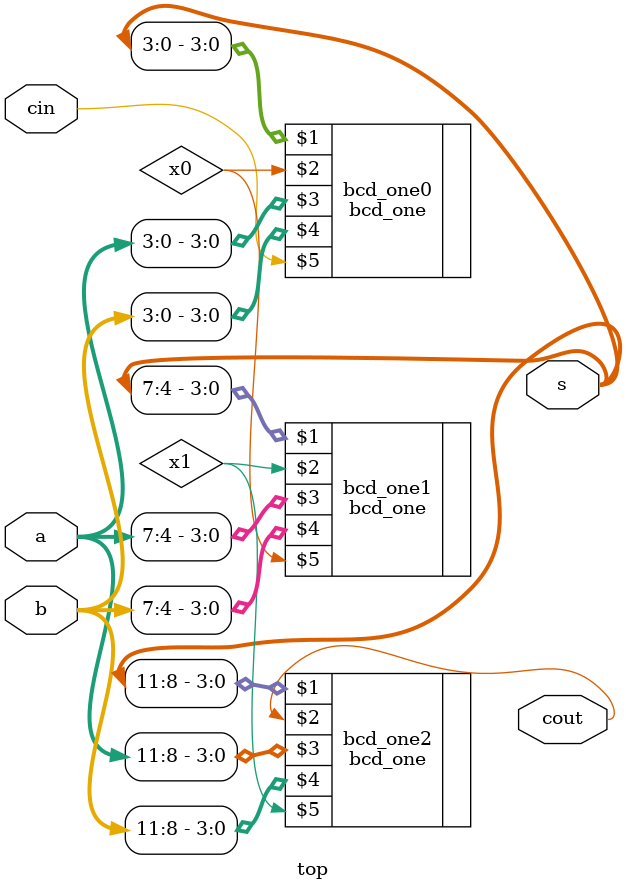
<source format=v>

module top(output[11:0] s,output cout, input[11:0] a, input[11:0] b , input cin);
	wire x0 , x1;
	
	bcd_one bcd_one0(s[3:0],x0,a[3:0],b[3:0],cin);
	bcd_one bcd_one1(s[7:4],x1,a[7:4],b[7:4],x0);
	bcd_one bcd_one2(s[11:8],cout,a[11:8],b[11:8],x1);

endmodule

</source>
